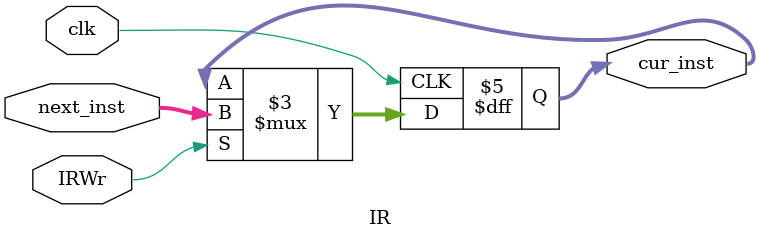
<source format=v>
`timescale 1ns / 1ps


module IR(
    input             clk,
    input             IRWr,
    input      [31:0] next_inst,
    output reg [31:0] cur_inst
);
    always @(negedge clk) begin
        if (IRWr) begin
            cur_inst <= next_inst;
        end
        else begin
            cur_inst <= cur_inst;
        end
    end

endmodule

</source>
